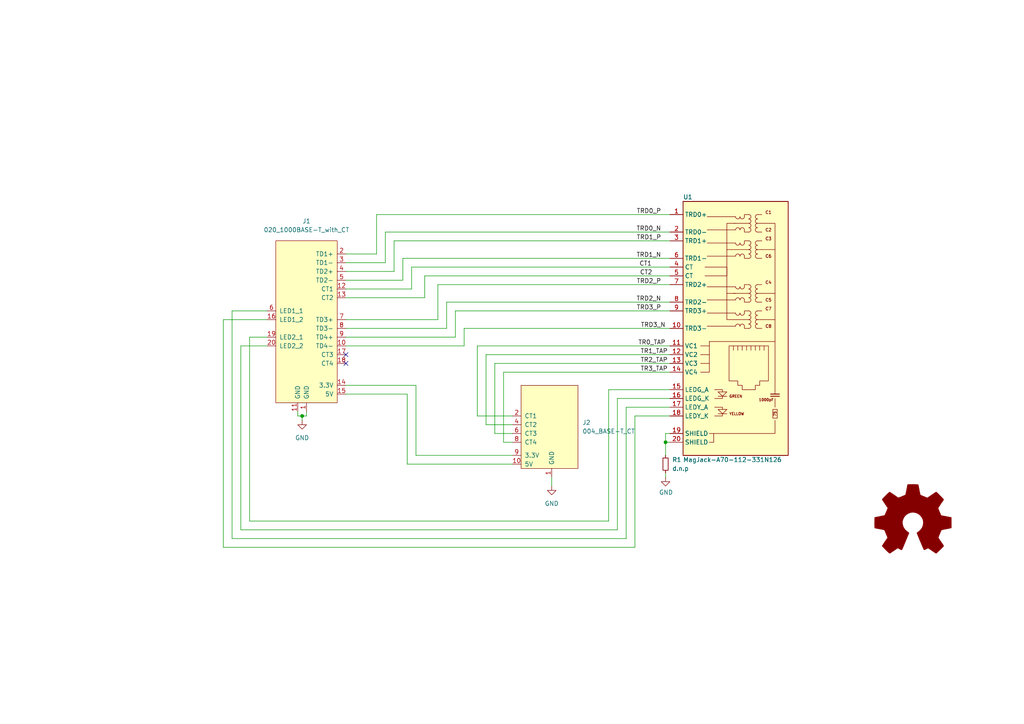
<source format=kicad_sch>
(kicad_sch (version 20211123) (generator eeschema)

  (uuid 29256b3d-9450-4c0a-a4d4-911f04b9c140)

  (paper "A4")

  (lib_symbols
    (symbol "CM4IO:MagJack-A70-112-331N126" (in_bom yes) (on_board yes)
      (property "Reference" "U" (id 0) (at 0 0 0)
        (effects (font (size 1.27 1.27)))
      )
      (property "Value" "MagJack-A70-112-331N126" (id 1) (at 0 0 0)
        (effects (font (size 1.27 1.27)))
      )
      (property "Footprint" "" (id 2) (at 0 0 0)
        (effects (font (size 1.27 1.27)) hide)
      )
      (property "Datasheet" "" (id 3) (at 0 0 0)
        (effects (font (size 1.27 1.27)) hide)
      )
      (symbol "MagJack-A70-112-331N126_0_1"
        (polyline
          (pts
            (xy 1.27 40.64)
            (xy -5.08 40.64)
            (xy -5.08 48.26)
            (xy -2.54 48.26)
            (xy -5.08 48.26)
          )
          (stroke (width 0) (type default) (color 0 0 0 0))
          (fill (type none))
        )
        (polyline
          (pts
            (xy 1.27 60.96)
            (xy -5.08 60.96)
            (xy -5.08 68.58)
            (xy -2.54 68.58)
            (xy -5.08 68.58)
          )
          (stroke (width 0) (type default) (color 0 0 0 0))
          (fill (type none))
        )
      )
      (symbol "MagJack-A70-112-331N126_1_1"
        (rectangle (start -17.78 1.27) (end 12.7 74.93)
          (stroke (width 0.254) (type default) (color 0 0 0 0))
          (fill (type background))
        )
        (arc (start -2.54 42.545) (mid -1.905 41.91) (end -1.27 42.545)
          (stroke (width 0) (type default) (color 0 0 0 0))
          (fill (type none))
        )
        (arc (start -2.54 50.165) (mid -1.905 49.53) (end -1.27 50.165)
          (stroke (width 0) (type default) (color 0 0 0 0))
          (fill (type none))
        )
        (arc (start -2.54 62.865) (mid -1.905 62.23) (end -1.27 62.865)
          (stroke (width 0) (type default) (color 0 0 0 0))
          (fill (type none))
        )
        (arc (start -2.54 70.485) (mid -1.905 69.85) (end -1.27 70.485)
          (stroke (width 0) (type default) (color 0 0 0 0))
          (fill (type none))
        )
        (arc (start -1.27 38.735) (mid -1.905 39.37) (end -2.54 38.735)
          (stroke (width 0) (type default) (color 0 0 0 0))
          (fill (type none))
        )
        (arc (start -1.27 42.545) (mid -0.635 41.91) (end 0 42.545)
          (stroke (width 0) (type default) (color 0 0 0 0))
          (fill (type none))
        )
        (arc (start -1.27 46.355) (mid -1.905 46.99) (end -2.54 46.355)
          (stroke (width 0) (type default) (color 0 0 0 0))
          (fill (type none))
        )
        (arc (start -1.27 50.165) (mid -0.635 49.53) (end 0 50.165)
          (stroke (width 0) (type default) (color 0 0 0 0))
          (fill (type none))
        )
        (arc (start -1.27 59.055) (mid -1.905 59.69) (end -2.54 59.055)
          (stroke (width 0) (type default) (color 0 0 0 0))
          (fill (type none))
        )
        (arc (start -1.27 62.865) (mid -0.635 62.23) (end 0 62.865)
          (stroke (width 0) (type default) (color 0 0 0 0))
          (fill (type none))
        )
        (arc (start -1.27 66.675) (mid -1.905 67.31) (end -2.54 66.675)
          (stroke (width 0) (type default) (color 0 0 0 0))
          (fill (type none))
        )
        (arc (start -1.27 70.485) (mid -0.635 69.85) (end 0 70.485)
          (stroke (width 0) (type default) (color 0 0 0 0))
          (fill (type none))
        )
        (polyline
          (pts
            (xy -12.7 27.94)
            (xy -10.16 27.94)
          )
          (stroke (width 0) (type default) (color 0 0 0 0))
          (fill (type none))
        )
        (polyline
          (pts
            (xy -12.7 30.48)
            (xy -10.16 30.48)
          )
          (stroke (width 0) (type default) (color 0 0 0 0))
          (fill (type none))
        )
        (polyline
          (pts
            (xy -12.7 33.02)
            (xy -10.16 33.02)
          )
          (stroke (width 0) (type default) (color 0 0 0 0))
          (fill (type none))
        )
        (polyline
          (pts
            (xy -10.16 33.02)
            (xy -10.16 34.29)
          )
          (stroke (width 0) (type default) (color 0 0 0 0))
          (fill (type none))
        )
        (polyline
          (pts
            (xy -5.08 13.335)
            (xy -7.62 13.335)
          )
          (stroke (width 0) (type default) (color 0 0 0 0))
          (fill (type none))
        )
        (polyline
          (pts
            (xy -5.08 18.415)
            (xy -7.62 18.415)
          )
          (stroke (width 0) (type default) (color 0 0 0 0))
          (fill (type none))
        )
        (polyline
          (pts
            (xy -5.08 48.26)
            (xy -5.08 60.96)
          )
          (stroke (width 0) (type default) (color 0 0 0 0))
          (fill (type none))
        )
        (polyline
          (pts
            (xy -3.175 31.75)
            (xy -3.175 33.02)
          )
          (stroke (width 0) (type default) (color 0 0 0 0))
          (fill (type none))
        )
        (polyline
          (pts
            (xy -3.175 48.26)
            (xy 1.27 48.26)
          )
          (stroke (width 0) (type default) (color 0 0 0 0))
          (fill (type none))
        )
        (polyline
          (pts
            (xy -3.175 68.58)
            (xy 1.27 68.58)
          )
          (stroke (width 0) (type default) (color 0 0 0 0))
          (fill (type none))
        )
        (polyline
          (pts
            (xy -2.54 38.735)
            (xy -10.795 38.735)
          )
          (stroke (width 0) (type default) (color 0 0 0 0))
          (fill (type none))
        )
        (polyline
          (pts
            (xy -2.54 42.545)
            (xy -10.795 42.545)
          )
          (stroke (width 0) (type default) (color 0 0 0 0))
          (fill (type none))
        )
        (polyline
          (pts
            (xy -2.54 46.355)
            (xy -10.795 46.355)
          )
          (stroke (width 0) (type default) (color 0 0 0 0))
          (fill (type none))
        )
        (polyline
          (pts
            (xy -2.54 50.165)
            (xy -10.795 50.165)
          )
          (stroke (width 0) (type default) (color 0 0 0 0))
          (fill (type none))
        )
        (polyline
          (pts
            (xy -2.54 59.055)
            (xy -10.795 59.055)
          )
          (stroke (width 0) (type default) (color 0 0 0 0))
          (fill (type none))
        )
        (polyline
          (pts
            (xy -2.54 62.865)
            (xy -10.795 62.865)
          )
          (stroke (width 0) (type default) (color 0 0 0 0))
          (fill (type none))
        )
        (polyline
          (pts
            (xy -2.54 66.675)
            (xy -10.795 66.675)
          )
          (stroke (width 0) (type default) (color 0 0 0 0))
          (fill (type none))
        )
        (polyline
          (pts
            (xy -2.54 70.485)
            (xy -10.795 70.485)
          )
          (stroke (width 0) (type default) (color 0 0 0 0))
          (fill (type none))
        )
        (polyline
          (pts
            (xy -1.905 33.02)
            (xy -1.905 31.75)
          )
          (stroke (width 0) (type default) (color 0 0 0 0))
          (fill (type none))
        )
        (polyline
          (pts
            (xy -0.635 33.02)
            (xy -0.635 31.75)
          )
          (stroke (width 0) (type default) (color 0 0 0 0))
          (fill (type none))
        )
        (polyline
          (pts
            (xy 0.635 33.02)
            (xy 0.635 31.75)
          )
          (stroke (width 0) (type default) (color 0 0 0 0))
          (fill (type none))
        )
        (polyline
          (pts
            (xy 1.905 33.02)
            (xy 1.905 31.75)
          )
          (stroke (width 0) (type default) (color 0 0 0 0))
          (fill (type none))
        )
        (polyline
          (pts
            (xy 3.175 33.02)
            (xy 3.175 31.75)
          )
          (stroke (width 0) (type default) (color 0 0 0 0))
          (fill (type none))
        )
        (polyline
          (pts
            (xy 3.81 38.1)
            (xy 5.08 38.1)
          )
          (stroke (width 0) (type default) (color 0 0 0 0))
          (fill (type none))
        )
        (polyline
          (pts
            (xy 3.81 40.64)
            (xy 5.08 40.64)
          )
          (stroke (width 0) (type default) (color 0 0 0 0))
          (fill (type none))
        )
        (polyline
          (pts
            (xy 3.81 43.18)
            (xy 5.08 43.18)
          )
          (stroke (width 0) (type default) (color 0 0 0 0))
          (fill (type none))
        )
        (polyline
          (pts
            (xy 3.81 45.72)
            (xy 5.08 45.72)
          )
          (stroke (width 0) (type default) (color 0 0 0 0))
          (fill (type none))
        )
        (polyline
          (pts
            (xy 3.81 48.26)
            (xy 5.08 48.26)
          )
          (stroke (width 0) (type default) (color 0 0 0 0))
          (fill (type none))
        )
        (polyline
          (pts
            (xy 3.81 50.8)
            (xy 5.08 50.8)
          )
          (stroke (width 0) (type default) (color 0 0 0 0))
          (fill (type none))
        )
        (polyline
          (pts
            (xy 3.81 58.42)
            (xy 5.08 58.42)
          )
          (stroke (width 0) (type default) (color 0 0 0 0))
          (fill (type none))
        )
        (polyline
          (pts
            (xy 3.81 60.96)
            (xy 5.08 60.96)
          )
          (stroke (width 0) (type default) (color 0 0 0 0))
          (fill (type none))
        )
        (polyline
          (pts
            (xy 3.81 63.5)
            (xy 5.08 63.5)
          )
          (stroke (width 0) (type default) (color 0 0 0 0))
          (fill (type none))
        )
        (polyline
          (pts
            (xy 3.81 66.04)
            (xy 5.08 66.04)
          )
          (stroke (width 0) (type default) (color 0 0 0 0))
          (fill (type none))
        )
        (polyline
          (pts
            (xy 3.81 68.58)
            (xy 5.08 68.58)
          )
          (stroke (width 0) (type default) (color 0 0 0 0))
          (fill (type none))
        )
        (polyline
          (pts
            (xy 3.81 71.12)
            (xy 5.08 71.12)
          )
          (stroke (width 0) (type default) (color 0 0 0 0))
          (fill (type none))
        )
        (polyline
          (pts
            (xy 4.445 31.75)
            (xy 4.445 33.02)
          )
          (stroke (width 0) (type default) (color 0 0 0 0))
          (fill (type none))
        )
        (polyline
          (pts
            (xy 5.08 40.64)
            (xy 8.89 40.64)
          )
          (stroke (width 0) (type default) (color 0 0 0 0))
          (fill (type none))
        )
        (polyline
          (pts
            (xy 5.08 48.26)
            (xy 8.89 48.26)
          )
          (stroke (width 0) (type default) (color 0 0 0 0))
          (fill (type none))
        )
        (polyline
          (pts
            (xy 5.08 60.96)
            (xy 8.89 60.96)
          )
          (stroke (width 0) (type default) (color 0 0 0 0))
          (fill (type none))
        )
        (polyline
          (pts
            (xy 5.715 31.75)
            (xy 5.715 33.02)
          )
          (stroke (width 0) (type default) (color 0 0 0 0))
          (fill (type none))
        )
        (polyline
          (pts
            (xy 7.62 18.415)
            (xy 10.16 18.415)
          )
          (stroke (width 0.254) (type default) (color 0 0 0 0))
          (fill (type none))
        )
        (polyline
          (pts
            (xy 7.62 19.05)
            (xy 10.16 19.05)
          )
          (stroke (width 0.254) (type default) (color 0 0 0 0))
          (fill (type none))
        )
        (polyline
          (pts
            (xy 8.89 15.24)
            (xy 8.89 17.78)
          )
          (stroke (width 0) (type default) (color 0 0 0 0))
          (fill (type none))
        )
        (polyline
          (pts
            (xy 8.89 19.05)
            (xy 8.89 34.29)
          )
          (stroke (width 0) (type default) (color 0 0 0 0))
          (fill (type none))
        )
        (polyline
          (pts
            (xy -10.16 33.02)
            (xy -10.16 25.4)
            (xy -12.7 25.4)
          )
          (stroke (width 0) (type default) (color 0 0 0 0))
          (fill (type none))
        )
        (polyline
          (pts
            (xy -8.636 12.7)
            (xy -6.35 12.7)
            (xy -6.35 13.335)
          )
          (stroke (width 0) (type default) (color 0 0 0 0))
          (fill (type none))
        )
        (polyline
          (pts
            (xy -8.636 15.24)
            (xy -6.35 15.24)
            (xy -6.35 14.605)
          )
          (stroke (width 0) (type default) (color 0 0 0 0))
          (fill (type none))
        )
        (polyline
          (pts
            (xy -8.636 20.32)
            (xy -6.35 20.32)
            (xy -6.35 19.685)
          )
          (stroke (width 0) (type default) (color 0 0 0 0))
          (fill (type none))
        )
        (polyline
          (pts
            (xy -6.35 18.415)
            (xy -6.35 17.78)
            (xy -8.636 17.78)
          )
          (stroke (width 0) (type default) (color 0 0 0 0))
          (fill (type none))
        )
        (polyline
          (pts
            (xy 0 38.735)
            (xy 0 38.1)
            (xy 1.27 38.1)
          )
          (stroke (width 0) (type default) (color 0 0 0 0))
          (fill (type none))
        )
        (polyline
          (pts
            (xy 0 46.355)
            (xy 0 45.72)
            (xy 1.27 45.72)
          )
          (stroke (width 0) (type default) (color 0 0 0 0))
          (fill (type none))
        )
        (polyline
          (pts
            (xy 0 59.055)
            (xy 0 58.42)
            (xy 1.27 58.42)
          )
          (stroke (width 0) (type default) (color 0 0 0 0))
          (fill (type none))
        )
        (polyline
          (pts
            (xy 0 66.675)
            (xy 0 66.04)
            (xy 1.27 66.04)
          )
          (stroke (width 0) (type default) (color 0 0 0 0))
          (fill (type none))
        )
        (polyline
          (pts
            (xy 1.27 43.18)
            (xy 0 43.18)
            (xy 0 42.545)
          )
          (stroke (width 0) (type default) (color 0 0 0 0))
          (fill (type none))
        )
        (polyline
          (pts
            (xy 1.27 50.8)
            (xy 0 50.8)
            (xy 0 50.165)
          )
          (stroke (width 0) (type default) (color 0 0 0 0))
          (fill (type none))
        )
        (polyline
          (pts
            (xy 1.27 63.5)
            (xy 0 63.5)
            (xy 0 62.865)
          )
          (stroke (width 0) (type default) (color 0 0 0 0))
          (fill (type none))
        )
        (polyline
          (pts
            (xy 1.27 71.12)
            (xy 0 71.12)
            (xy 0 70.485)
          )
          (stroke (width 0) (type default) (color 0 0 0 0))
          (fill (type none))
        )
        (polyline
          (pts
            (xy -11.43 53.34)
            (xy -5.08 53.34)
            (xy -5.08 55.88)
            (xy -11.43 55.88)
          )
          (stroke (width 0) (type default) (color 0 0 0 0))
          (fill (type none))
        )
        (polyline
          (pts
            (xy -10.16 34.29)
            (xy 8.89 34.29)
            (xy 8.89 68.58)
            (xy 5.08 68.58)
          )
          (stroke (width 0) (type default) (color 0 0 0 0))
          (fill (type none))
        )
        (polyline
          (pts
            (xy -7.62 19.685)
            (xy -5.08 19.685)
            (xy -6.35 18.415)
            (xy -7.62 19.685)
          )
          (stroke (width 0) (type default) (color 0 0 0 0))
          (fill (type none))
        )
        (polyline
          (pts
            (xy -5.08 14.605)
            (xy -7.62 14.605)
            (xy -6.35 13.335)
            (xy -5.08 14.605)
          )
          (stroke (width 0) (type default) (color 0 0 0 0))
          (fill (type none))
        )
        (polyline
          (pts
            (xy -10.16 5.08)
            (xy -8.89 5.08)
            (xy -8.89 7.62)
            (xy -10.16 7.62)
            (xy -8.89 7.62)
            (xy 8.89 7.62)
            (xy 8.89 11.43)
          )
          (stroke (width 0) (type default) (color 0 0 0 0))
          (fill (type none))
        )
        (polyline
          (pts
            (xy -4.445 33.02)
            (xy 6.985 33.02)
            (xy 6.985 22.86)
            (xy 4.445 22.86)
            (xy 4.445 21.59)
            (xy 3.175 21.59)
            (xy 3.175 20.32)
            (xy -0.635 20.32)
            (xy -0.635 21.59)
            (xy -1.905 21.59)
            (xy -1.905 22.86)
            (xy -4.445 22.86)
            (xy -4.445 33.02)
          )
          (stroke (width 0) (type default) (color 0 0 0 0))
          (fill (type none))
        )
        (arc (start 0 38.735) (mid -0.635 39.37) (end -1.27 38.735)
          (stroke (width 0) (type default) (color 0 0 0 0))
          (fill (type none))
        )
        (arc (start 0 46.355) (mid -0.635 46.99) (end -1.27 46.355)
          (stroke (width 0) (type default) (color 0 0 0 0))
          (fill (type none))
        )
        (arc (start 0 59.055) (mid -0.635 59.69) (end -1.27 59.055)
          (stroke (width 0) (type default) (color 0 0 0 0))
          (fill (type none))
        )
        (arc (start 0 66.675) (mid -0.635 67.31) (end -1.27 66.675)
          (stroke (width 0) (type default) (color 0 0 0 0))
          (fill (type none))
        )
        (arc (start 1.27 38.1) (mid 1.905 38.735) (end 1.27 39.37)
          (stroke (width 0) (type default) (color 0 0 0 0))
          (fill (type none))
        )
        (arc (start 1.27 39.37) (mid 1.905 40.005) (end 1.27 40.64)
          (stroke (width 0) (type default) (color 0 0 0 0))
          (fill (type none))
        )
        (arc (start 1.27 40.64) (mid 1.905 41.275) (end 1.27 41.91)
          (stroke (width 0) (type default) (color 0 0 0 0))
          (fill (type none))
        )
        (arc (start 1.27 41.91) (mid 1.905 42.545) (end 1.27 43.18)
          (stroke (width 0) (type default) (color 0 0 0 0))
          (fill (type none))
        )
        (arc (start 1.27 45.72) (mid 1.905 46.355) (end 1.27 46.99)
          (stroke (width 0) (type default) (color 0 0 0 0))
          (fill (type none))
        )
        (arc (start 1.27 46.99) (mid 1.905 47.625) (end 1.27 48.26)
          (stroke (width 0) (type default) (color 0 0 0 0))
          (fill (type none))
        )
        (arc (start 1.27 48.26) (mid 1.905 48.895) (end 1.27 49.53)
          (stroke (width 0) (type default) (color 0 0 0 0))
          (fill (type none))
        )
        (arc (start 1.27 49.53) (mid 1.905 50.165) (end 1.27 50.8)
          (stroke (width 0) (type default) (color 0 0 0 0))
          (fill (type none))
        )
        (arc (start 1.27 58.42) (mid 1.905 59.055) (end 1.27 59.69)
          (stroke (width 0) (type default) (color 0 0 0 0))
          (fill (type none))
        )
        (arc (start 1.27 59.69) (mid 1.905 60.325) (end 1.27 60.96)
          (stroke (width 0) (type default) (color 0 0 0 0))
          (fill (type none))
        )
        (arc (start 1.27 60.96) (mid 1.905 61.595) (end 1.27 62.23)
          (stroke (width 0) (type default) (color 0 0 0 0))
          (fill (type none))
        )
        (arc (start 1.27 62.23) (mid 1.905 62.865) (end 1.27 63.5)
          (stroke (width 0) (type default) (color 0 0 0 0))
          (fill (type none))
        )
        (arc (start 1.27 66.04) (mid 1.905 66.675) (end 1.27 67.31)
          (stroke (width 0) (type default) (color 0 0 0 0))
          (fill (type none))
        )
        (arc (start 1.27 67.31) (mid 1.905 67.945) (end 1.27 68.58)
          (stroke (width 0) (type default) (color 0 0 0 0))
          (fill (type none))
        )
        (arc (start 1.27 68.58) (mid 1.905 69.215) (end 1.27 69.85)
          (stroke (width 0) (type default) (color 0 0 0 0))
          (fill (type none))
        )
        (arc (start 1.27 69.85) (mid 1.905 70.485) (end 1.27 71.12)
          (stroke (width 0) (type default) (color 0 0 0 0))
          (fill (type none))
        )
        (arc (start 3.81 39.37) (mid 3.175 38.735) (end 3.81 38.1)
          (stroke (width 0) (type default) (color 0 0 0 0))
          (fill (type none))
        )
        (arc (start 3.81 40.64) (mid 3.175 40.005) (end 3.81 39.37)
          (stroke (width 0) (type default) (color 0 0 0 0))
          (fill (type none))
        )
        (arc (start 3.81 41.91) (mid 3.175 41.275) (end 3.81 40.64)
          (stroke (width 0) (type default) (color 0 0 0 0))
          (fill (type none))
        )
        (arc (start 3.81 43.18) (mid 3.175 42.545) (end 3.81 41.91)
          (stroke (width 0) (type default) (color 0 0 0 0))
          (fill (type none))
        )
        (arc (start 3.81 46.99) (mid 3.175 46.355) (end 3.81 45.72)
          (stroke (width 0) (type default) (color 0 0 0 0))
          (fill (type none))
        )
        (arc (start 3.81 48.26) (mid 3.175 47.625) (end 3.81 46.99)
          (stroke (width 0) (type default) (color 0 0 0 0))
          (fill (type none))
        )
        (arc (start 3.81 49.53) (mid 3.175 48.895) (end 3.81 48.26)
          (stroke (width 0) (type default) (color 0 0 0 0))
          (fill (type none))
        )
        (arc (start 3.81 50.8) (mid 3.175 50.165) (end 3.81 49.53)
          (stroke (width 0) (type default) (color 0 0 0 0))
          (fill (type none))
        )
        (arc (start 3.81 59.69) (mid 3.175 59.055) (end 3.81 58.42)
          (stroke (width 0) (type default) (color 0 0 0 0))
          (fill (type none))
        )
        (arc (start 3.81 60.96) (mid 3.175 60.325) (end 3.81 59.69)
          (stroke (width 0) (type default) (color 0 0 0 0))
          (fill (type none))
        )
        (arc (start 3.81 62.23) (mid 3.175 61.595) (end 3.81 60.96)
          (stroke (width 0) (type default) (color 0 0 0 0))
          (fill (type none))
        )
        (arc (start 3.81 63.5) (mid 3.175 62.865) (end 3.81 62.23)
          (stroke (width 0) (type default) (color 0 0 0 0))
          (fill (type none))
        )
        (arc (start 3.81 67.31) (mid 3.175 66.675) (end 3.81 66.04)
          (stroke (width 0) (type default) (color 0 0 0 0))
          (fill (type none))
        )
        (arc (start 3.81 68.58) (mid 3.175 67.945) (end 3.81 67.31)
          (stroke (width 0) (type default) (color 0 0 0 0))
          (fill (type none))
        )
        (arc (start 3.81 69.85) (mid 3.175 69.215) (end 3.81 68.58)
          (stroke (width 0) (type default) (color 0 0 0 0))
          (fill (type none))
        )
        (arc (start 3.81 71.12) (mid 3.175 70.485) (end 3.81 69.85)
          (stroke (width 0) (type default) (color 0 0 0 0))
          (fill (type none))
        )
        (rectangle (start 9.525 12.065) (end 8.255 14.605)
          (stroke (width 0) (type default) (color 0 0 0 0))
          (fill (type none))
        )
        (text "1000pF" (at 6.35 17.399 0)
          (effects (font (size 0.762 0.762)))
        )
        (text "75" (at 8.89 13.335 900)
          (effects (font (size 0.762 0.762)))
        )
        (text "C1" (at 6.985 71.755 0)
          (effects (font (size 0.889 0.889)))
        )
        (text "C2" (at 6.985 66.675 0)
          (effects (font (size 0.889 0.889)))
        )
        (text "C3" (at 6.985 64.135 0)
          (effects (font (size 0.889 0.889)))
        )
        (text "C4" (at 6.985 51.435 0)
          (effects (font (size 0.889 0.889)))
        )
        (text "C5" (at 6.985 46.355 0)
          (effects (font (size 0.889 0.889)))
        )
        (text "C6" (at 6.985 59.055 0)
          (effects (font (size 0.889 0.889)))
        )
        (text "C7" (at 6.985 43.815 0)
          (effects (font (size 0.889 0.889)))
        )
        (text "C8" (at 6.985 38.735 0)
          (effects (font (size 0.889 0.889)))
        )
        (text "GREEN" (at -4.445 18.415 0)
          (effects (font (size 0.762 0.762)) (justify left))
        )
        (text "YELLOW" (at -4.445 13.335 0)
          (effects (font (size 0.762 0.762)) (justify left))
        )
        (pin passive line (at -21.59 71.12 0) (length 3.81)
          (name "TRD0+" (effects (font (size 1.27 1.27))))
          (number "1" (effects (font (size 1.27 1.27))))
        )
        (pin passive line (at -21.59 38.1 0) (length 3.81)
          (name "TRD3-" (effects (font (size 1.27 1.27))))
          (number "10" (effects (font (size 1.27 1.27))))
        )
        (pin passive line (at -21.59 33.02 0) (length 3.81)
          (name "VC1" (effects (font (size 1.27 1.27))))
          (number "11" (effects (font (size 1.27 1.27))))
        )
        (pin passive line (at -21.59 30.48 0) (length 3.81)
          (name "VC2" (effects (font (size 1.27 1.27))))
          (number "12" (effects (font (size 1.27 1.27))))
        )
        (pin passive line (at -21.59 27.94 0) (length 3.81)
          (name "VC3" (effects (font (size 1.27 1.27))))
          (number "13" (effects (font (size 1.27 1.27))))
        )
        (pin passive line (at -21.59 25.4 0) (length 3.81)
          (name "VC4" (effects (font (size 1.27 1.27))))
          (number "14" (effects (font (size 1.27 1.27))))
        )
        (pin passive line (at -21.59 20.32 0) (length 3.81)
          (name "LEDG_A" (effects (font (size 1.27 1.27))))
          (number "15" (effects (font (size 1.27 1.27))))
        )
        (pin passive line (at -21.59 17.78 0) (length 3.81)
          (name "LEDG_K" (effects (font (size 1.27 1.27))))
          (number "16" (effects (font (size 1.27 1.27))))
        )
        (pin passive line (at -21.59 15.24 0) (length 3.81)
          (name "LEDY_A" (effects (font (size 1.27 1.27))))
          (number "17" (effects (font (size 1.27 1.27))))
        )
        (pin passive line (at -21.59 12.7 0) (length 3.81)
          (name "LEDY_K" (effects (font (size 1.27 1.27))))
          (number "18" (effects (font (size 1.27 1.27))))
        )
        (pin passive line (at -21.59 7.62 0) (length 3.81)
          (name "SHIELD" (effects (font (size 1.27 1.27))))
          (number "19" (effects (font (size 1.27 1.27))))
        )
        (pin passive line (at -21.59 66.04 0) (length 3.81)
          (name "TRD0-" (effects (font (size 1.27 1.27))))
          (number "2" (effects (font (size 1.27 1.27))))
        )
        (pin passive line (at -21.59 5.08 0) (length 3.81)
          (name "SHIELD" (effects (font (size 1.27 1.27))))
          (number "20" (effects (font (size 1.27 1.27))))
        )
        (pin passive line (at -21.59 63.5 0) (length 3.81)
          (name "TRD1+" (effects (font (size 1.27 1.27))))
          (number "3" (effects (font (size 1.27 1.27))))
        )
        (pin passive line (at -21.59 55.88 0) (length 3.81)
          (name "CT" (effects (font (size 1.27 1.27))))
          (number "4" (effects (font (size 1.27 1.27))))
        )
        (pin passive line (at -21.59 53.34 0) (length 3.81)
          (name "CT" (effects (font (size 1.27 1.27))))
          (number "5" (effects (font (size 1.27 1.27))))
        )
        (pin passive line (at -21.59 58.42 0) (length 3.81)
          (name "TRD1-" (effects (font (size 1.27 1.27))))
          (number "6" (effects (font (size 1.27 1.27))))
        )
        (pin passive line (at -21.59 50.8 0) (length 3.81)
          (name "TRD2+" (effects (font (size 1.27 1.27))))
          (number "7" (effects (font (size 1.27 1.27))))
        )
        (pin passive line (at -21.59 45.72 0) (length 3.81)
          (name "TRD2-" (effects (font (size 1.27 1.27))))
          (number "8" (effects (font (size 1.27 1.27))))
        )
        (pin passive line (at -21.59 43.18 0) (length 3.81)
          (name "TRD3+" (effects (font (size 1.27 1.27))))
          (number "9" (effects (font (size 1.27 1.27))))
        )
      )
    )
    (symbol "Device:R_Small" (pin_numbers hide) (pin_names (offset 0.254) hide) (in_bom yes) (on_board yes)
      (property "Reference" "R" (id 0) (at 0.762 0.508 0)
        (effects (font (size 1.27 1.27)) (justify left))
      )
      (property "Value" "R_Small" (id 1) (at 0.762 -1.016 0)
        (effects (font (size 1.27 1.27)) (justify left))
      )
      (property "Footprint" "" (id 2) (at 0 0 0)
        (effects (font (size 1.27 1.27)) hide)
      )
      (property "Datasheet" "~" (id 3) (at 0 0 0)
        (effects (font (size 1.27 1.27)) hide)
      )
      (property "ki_keywords" "R resistor" (id 4) (at 0 0 0)
        (effects (font (size 1.27 1.27)) hide)
      )
      (property "ki_description" "Resistor, small symbol" (id 5) (at 0 0 0)
        (effects (font (size 1.27 1.27)) hide)
      )
      (property "ki_fp_filters" "R_*" (id 6) (at 0 0 0)
        (effects (font (size 1.27 1.27)) hide)
      )
      (symbol "R_Small_0_1"
        (rectangle (start -0.762 1.778) (end 0.762 -1.778)
          (stroke (width 0.2032) (type default) (color 0 0 0 0))
          (fill (type none))
        )
      )
      (symbol "R_Small_1_1"
        (pin passive line (at 0 2.54 270) (length 0.762)
          (name "~" (effects (font (size 1.27 1.27))))
          (number "1" (effects (font (size 1.27 1.27))))
        )
        (pin passive line (at 0 -2.54 90) (length 0.762)
          (name "~" (effects (font (size 1.27 1.27))))
          (number "2" (effects (font (size 1.27 1.27))))
        )
      )
    )
    (symbol "Graphic:Logo_Open_Hardware_Large" (pin_names (offset 1.016)) (in_bom yes) (on_board yes)
      (property "Reference" "#LOGO" (id 0) (at 0 12.7 0)
        (effects (font (size 1.27 1.27)) hide)
      )
      (property "Value" "Logo_Open_Hardware_Large" (id 1) (at 0 -10.16 0)
        (effects (font (size 1.27 1.27)) hide)
      )
      (property "Footprint" "" (id 2) (at 0 0 0)
        (effects (font (size 1.27 1.27)) hide)
      )
      (property "Datasheet" "~" (id 3) (at 0 0 0)
        (effects (font (size 1.27 1.27)) hide)
      )
      (property "ki_keywords" "Logo" (id 4) (at 0 0 0)
        (effects (font (size 1.27 1.27)) hide)
      )
      (property "ki_description" "Open Hardware logo, large" (id 5) (at 0 0 0)
        (effects (font (size 1.27 1.27)) hide)
      )
      (symbol "Logo_Open_Hardware_Large_1_1"
        (polyline
          (pts
            (xy 6.731 -8.7122)
            (xy 6.6294 -8.6614)
            (xy 6.35 -8.4836)
            (xy 5.9944 -8.255)
            (xy 5.5372 -7.9502)
            (xy 5.1054 -7.6454)
            (xy 4.7498 -7.4168)
            (xy 4.4958 -7.239)
            (xy 4.3942 -7.1882)
            (xy 4.318 -7.2136)
            (xy 4.1148 -7.3152)
            (xy 3.81 -7.4676)
            (xy 3.6322 -7.5692)
            (xy 3.3528 -7.6708)
            (xy 3.2258 -7.6962)
            (xy 3.2004 -7.6708)
            (xy 3.0988 -7.4676)
            (xy 2.9464 -7.0866)
            (xy 2.7178 -6.604)
            (xy 2.4892 -6.0452)
            (xy 2.2352 -5.4356)
            (xy 1.9558 -4.826)
            (xy 1.7272 -4.2164)
            (xy 1.4986 -3.683)
            (xy 1.3208 -3.2512)
            (xy 1.2192 -2.9464)
            (xy 1.1684 -2.8194)
            (xy 1.1938 -2.794)
            (xy 1.3208 -2.667)
            (xy 1.5748 -2.4892)
            (xy 2.0828 -2.0574)
            (xy 2.6162 -1.397)
            (xy 2.921 -0.6604)
            (xy 3.048 0.1524)
            (xy 2.9464 0.9144)
            (xy 2.6416 1.6256)
            (xy 2.1336 2.286)
            (xy 1.524 2.7686)
            (xy 0.8128 3.0734)
            (xy 0 3.175)
            (xy -0.762 3.0988)
            (xy -1.4986 2.794)
            (xy -2.159 2.286)
            (xy -2.4384 1.9812)
            (xy -2.8194 1.3208)
            (xy -3.048 0.6096)
            (xy -3.0734 0.4318)
            (xy -3.0226 -0.3556)
            (xy -2.794 -1.0922)
            (xy -2.3876 -1.7526)
            (xy -1.8288 -2.3114)
            (xy -1.7526 -2.3622)
            (xy -1.4732 -2.5654)
            (xy -1.2954 -2.6924)
            (xy -1.1684 -2.8194)
            (xy -2.159 -5.207)
            (xy -2.3114 -5.588)
            (xy -2.5908 -6.2484)
            (xy -2.8194 -6.8072)
            (xy -3.0226 -7.2644)
            (xy -3.1496 -7.5692)
            (xy -3.2258 -7.6708)
            (xy -3.2258 -7.6962)
            (xy -3.302 -7.6962)
            (xy -3.4798 -7.6454)
            (xy -3.8354 -7.4676)
            (xy -4.0386 -7.366)
            (xy -4.2926 -7.239)
            (xy -4.4196 -7.1882)
            (xy -4.5212 -7.239)
            (xy -4.7498 -7.3914)
            (xy -5.1054 -7.6454)
            (xy -5.5372 -7.9248)
            (xy -5.9436 -8.2042)
            (xy -6.3246 -8.4582)
            (xy -6.604 -8.636)
            (xy -6.731 -8.7122)
            (xy -6.7564 -8.7122)
            (xy -6.858 -8.636)
            (xy -7.0866 -8.4582)
            (xy -7.4168 -8.1534)
            (xy -7.874 -7.6962)
            (xy -7.9502 -7.62)
            (xy -8.3312 -7.239)
            (xy -8.636 -6.9088)
            (xy -8.8392 -6.6802)
            (xy -8.9154 -6.5786)
            (xy -8.9154 -6.5786)
            (xy -8.8392 -6.4516)
            (xy -8.6614 -6.1722)
            (xy -8.4328 -5.7912)
            (xy -8.128 -5.3594)
            (xy -7.3152 -4.191)
            (xy -7.7724 -3.0988)
            (xy -7.8994 -2.7686)
            (xy -8.0772 -2.3622)
            (xy -8.2042 -2.0828)
            (xy -8.255 -1.9558)
            (xy -8.382 -1.905)
            (xy -8.6614 -1.8542)
            (xy -9.0932 -1.7526)
            (xy -9.6266 -1.651)
            (xy -10.1092 -1.5748)
            (xy -10.541 -1.4732)
            (xy -10.8712 -1.4224)
            (xy -11.0236 -1.397)
            (xy -11.049 -1.3716)
            (xy -11.0744 -1.2954)
            (xy -11.0998 -1.143)
            (xy -11.0998 -0.889)
            (xy -11.1252 -0.4572)
            (xy -11.1252 0.1524)
            (xy -11.1252 0.2286)
            (xy -11.0998 0.8128)
            (xy -11.0998 1.27)
            (xy -11.0744 1.5494)
            (xy -11.0744 1.6764)
            (xy -11.0744 1.6764)
            (xy -10.922 1.7018)
            (xy -10.6172 1.778)
            (xy -10.16 1.8542)
            (xy -9.652 1.9558)
            (xy -9.6012 1.9812)
            (xy -9.0932 2.0828)
            (xy -8.636 2.159)
            (xy -8.3312 2.2352)
            (xy -8.2042 2.286)
            (xy -8.1788 2.3114)
            (xy -8.0772 2.5146)
            (xy -7.9248 2.8448)
            (xy -7.747 3.2512)
            (xy -7.5692 3.6576)
            (xy -7.4168 4.0386)
            (xy -7.3152 4.318)
            (xy -7.2898 4.445)
            (xy -7.2898 4.445)
            (xy -7.366 4.572)
            (xy -7.5438 4.826)
            (xy -7.7978 5.207)
            (xy -8.128 5.6642)
            (xy -8.128 5.6896)
            (xy -8.4328 6.1468)
            (xy -8.6868 6.5278)
            (xy -8.8392 6.7818)
            (xy -8.9154 6.9088)
            (xy -8.9154 6.9088)
            (xy -8.8138 7.0358)
            (xy -8.5852 7.2898)
            (xy -8.255 7.6454)
            (xy -7.874 8.0264)
            (xy -7.747 8.1534)
            (xy -7.3152 8.5852)
            (xy -7.0104 8.8646)
            (xy -6.8326 8.9916)
            (xy -6.731 9.0424)
            (xy -6.731 9.0424)
            (xy -6.604 8.9408)
            (xy -6.3246 8.763)
            (xy -5.9436 8.509)
            (xy -5.4864 8.2042)
            (xy -5.461 8.1788)
            (xy -5.0038 7.874)
            (xy -4.6482 7.62)
            (xy -4.3688 7.4422)
            (xy -4.2672 7.3914)
            (xy -4.2418 7.3914)
            (xy -4.064 7.4422)
            (xy -3.7338 7.5438)
            (xy -3.3528 7.6962)
            (xy -2.9464 7.874)
            (xy -2.5654 8.0264)
            (xy -2.286 8.1534)
            (xy -2.159 8.2296)
            (xy -2.159 8.2296)
            (xy -2.1082 8.382)
            (xy -2.032 8.7122)
            (xy -1.9304 9.1694)
            (xy -1.8288 9.7282)
            (xy -1.8034 9.8044)
            (xy -1.7018 10.3378)
            (xy -1.6256 10.7696)
            (xy -1.5748 11.0744)
            (xy -1.524 11.2014)
            (xy -1.4478 11.2268)
            (xy -1.1938 11.2522)
            (xy -0.8128 11.2522)
            (xy -0.3302 11.2522)
            (xy 0.1524 11.2522)
            (xy 0.6604 11.2522)
            (xy 1.0668 11.2268)
            (xy 1.3716 11.2014)
            (xy 1.4986 11.176)
            (xy 1.4986 11.176)
            (xy 1.5494 11.0236)
            (xy 1.6256 10.6934)
            (xy 1.7018 10.2108)
            (xy 1.8288 9.6774)
            (xy 1.8288 9.5758)
            (xy 1.9304 9.0424)
            (xy 2.032 8.6106)
            (xy 2.0828 8.3058)
            (xy 2.1336 8.2042)
            (xy 2.159 8.1788)
            (xy 2.3876 8.0772)
            (xy 2.7432 7.9248)
            (xy 3.175 7.747)
            (xy 4.191 7.3406)
            (xy 5.461 8.2042)
            (xy 5.5626 8.2804)
            (xy 6.0198 8.5852)
            (xy 6.3754 8.8392)
            (xy 6.6294 8.9916)
            (xy 6.7564 9.0424)
            (xy 6.7564 9.0424)
            (xy 6.8834 8.9408)
            (xy 7.1374 8.7122)
            (xy 7.4676 8.382)
            (xy 7.8486 7.9756)
            (xy 8.1534 7.6962)
            (xy 8.4836 7.3406)
            (xy 8.7122 7.112)
            (xy 8.8392 6.9596)
            (xy 8.8646 6.858)
            (xy 8.8646 6.8072)
            (xy 8.7884 6.6802)
            (xy 8.6106 6.4008)
            (xy 8.3312 6.0198)
            (xy 8.0264 5.588)
            (xy 7.7978 5.207)
            (xy 7.5184 4.8006)
            (xy 7.3406 4.4958)
            (xy 7.2898 4.3434)
            (xy 7.2898 4.2926)
            (xy 7.3914 4.0386)
            (xy 7.5184 3.683)
            (xy 7.7216 3.2258)
            (xy 8.1534 2.2352)
            (xy 8.7884 2.1082)
            (xy 9.1948 2.0574)
            (xy 9.7536 1.9304)
            (xy 10.2616 1.8288)
            (xy 11.0998 1.6764)
            (xy 11.1252 -1.3208)
            (xy 10.9982 -1.3716)
            (xy 10.8712 -1.397)
            (xy 10.5664 -1.4732)
            (xy 10.1346 -1.5494)
            (xy 9.6266 -1.651)
            (xy 9.1948 -1.7272)
            (xy 8.7376 -1.8288)
            (xy 8.4328 -1.8796)
            (xy 8.2804 -1.905)
            (xy 8.255 -1.9558)
            (xy 8.1534 -2.159)
            (xy 7.9756 -2.5146)
            (xy 7.8232 -2.921)
            (xy 7.6454 -3.3274)
            (xy 7.493 -3.7338)
            (xy 7.366 -4.0132)
            (xy 7.3406 -4.191)
            (xy 7.3914 -4.2926)
            (xy 7.5692 -4.5466)
            (xy 7.7978 -4.9276)
            (xy 8.1026 -5.3594)
            (xy 8.4074 -5.7912)
            (xy 8.6614 -6.1722)
            (xy 8.8138 -6.4262)
            (xy 8.89 -6.5532)
            (xy 8.8646 -6.6548)
            (xy 8.6868 -6.858)
            (xy 8.3566 -7.1882)
            (xy 7.874 -7.6708)
            (xy 7.7978 -7.747)
            (xy 7.3914 -8.128)
            (xy 7.0612 -8.4328)
            (xy 6.8326 -8.636)
            (xy 6.731 -8.7122)
          )
          (stroke (width 0) (type default) (color 0 0 0 0))
          (fill (type outline))
        )
      )
    )
    (symbol "power:GND" (power) (pin_names (offset 0)) (in_bom yes) (on_board yes)
      (property "Reference" "#PWR" (id 0) (at 0 -6.35 0)
        (effects (font (size 1.27 1.27)) hide)
      )
      (property "Value" "GND" (id 1) (at 0 -3.81 0)
        (effects (font (size 1.27 1.27)))
      )
      (property "Footprint" "" (id 2) (at 0 0 0)
        (effects (font (size 1.27 1.27)) hide)
      )
      (property "Datasheet" "" (id 3) (at 0 0 0)
        (effects (font (size 1.27 1.27)) hide)
      )
      (property "ki_keywords" "power-flag" (id 4) (at 0 0 0)
        (effects (font (size 1.27 1.27)) hide)
      )
      (property "ki_description" "Power symbol creates a global label with name \"GND\" , ground" (id 5) (at 0 0 0)
        (effects (font (size 1.27 1.27)) hide)
      )
      (symbol "GND_0_1"
        (polyline
          (pts
            (xy 0 0)
            (xy 0 -1.27)
            (xy 1.27 -1.27)
            (xy 0 -2.54)
            (xy -1.27 -1.27)
            (xy 0 -1.27)
          )
          (stroke (width 0) (type default) (color 0 0 0 0))
          (fill (type none))
        )
      )
      (symbol "GND_1_1"
        (pin power_in line (at 0 0 270) (length 0) hide
          (name "GND" (effects (font (size 1.27 1.27))))
          (number "1" (effects (font (size 1.27 1.27))))
        )
      )
    )
    (symbol "put_on_edge:004_BASE-T_CT" (pin_names (offset 1.016)) (in_bom yes) (on_board yes)
      (property "Reference" "J" (id 0) (at -2.54 13.97 0)
        (effects (font (size 1.27 1.27)))
      )
      (property "Value" "004_BASE-T_CT" (id 1) (at 8.89 13.97 0)
        (effects (font (size 1.27 1.27)))
      )
      (property "Footprint" "" (id 2) (at 7.62 16.51 0)
        (effects (font (size 1.27 1.27)) hide)
      )
      (property "Datasheet" "" (id 3) (at 7.62 16.51 0)
        (effects (font (size 1.27 1.27)) hide)
      )
      (symbol "004_BASE-T_CT_0_1"
        (rectangle (start -8.89 12.7) (end 7.62 -11.43)
          (stroke (width 0) (type default) (color 0 0 0 0))
          (fill (type background))
        )
      )
      (symbol "004_BASE-T_CT_1_1"
        (pin power_in line (at 0 -13.97 90) (length 2.54)
          (name "GND" (effects (font (size 1.27 1.27))))
          (number "1" (effects (font (size 1.27 1.27))))
        )
        (pin power_in line (at -11.43 -10.16 0) (length 2.54)
          (name "5V" (effects (font (size 1.27 1.27))))
          (number "10" (effects (font (size 1.27 1.27))))
        )
        (pin bidirectional line (at -11.43 3.81 0) (length 2.54)
          (name "CT1" (effects (font (size 1.27 1.27))))
          (number "2" (effects (font (size 1.27 1.27))))
        )
        (pin bidirectional line (at -11.43 1.27 0) (length 2.54)
          (name "CT2" (effects (font (size 1.27 1.27))))
          (number "4" (effects (font (size 1.27 1.27))))
        )
        (pin bidirectional line (at -11.43 -1.27 0) (length 2.54)
          (name "CT3" (effects (font (size 1.27 1.27))))
          (number "6" (effects (font (size 1.27 1.27))))
        )
        (pin bidirectional line (at -11.43 -3.81 0) (length 2.54)
          (name "CT4" (effects (font (size 1.27 1.27))))
          (number "8" (effects (font (size 1.27 1.27))))
        )
        (pin power_in line (at -11.43 -7.62 0) (length 2.54)
          (name "3.3V" (effects (font (size 1.27 1.27))))
          (number "9" (effects (font (size 1.27 1.27))))
        )
      )
    )
    (symbol "put_on_edge:020_1000BASE-T_with_CT" (pin_names (offset 1.016)) (in_bom yes) (on_board yes)
      (property "Reference" "J" (id 0) (at -2.54 13.97 0)
        (effects (font (size 1.27 1.27)))
      )
      (property "Value" "020_1000BASE-T_with_CT" (id 1) (at 8.89 13.97 0)
        (effects (font (size 1.27 1.27)))
      )
      (property "Footprint" "" (id 2) (at 7.62 16.51 0)
        (effects (font (size 1.27 1.27)) hide)
      )
      (property "Datasheet" "" (id 3) (at 7.62 16.51 0)
        (effects (font (size 1.27 1.27)) hide)
      )
      (symbol "020_1000BASE-T_with_CT_0_1"
        (rectangle (start -8.89 12.7) (end 8.89 -34.29)
          (stroke (width 0) (type default) (color 0 0 0 0))
          (fill (type background))
        )
      )
      (symbol "020_1000BASE-T_with_CT_1_1"
        (pin power_in line (at 0 -36.83 90) (length 2.54)
          (name "GND" (effects (font (size 1.27 1.27))))
          (number "1" (effects (font (size 1.27 1.27))))
        )
        (pin bidirectional line (at -11.43 -17.78 0) (length 2.54)
          (name "TD4-" (effects (font (size 1.27 1.27))))
          (number "10" (effects (font (size 1.27 1.27))))
        )
        (pin power_in line (at 2.54 -36.83 90) (length 2.54)
          (name "GND" (effects (font (size 1.27 1.27))))
          (number "11" (effects (font (size 1.27 1.27))))
        )
        (pin bidirectional line (at -11.43 -1.27 0) (length 2.54)
          (name "CT1" (effects (font (size 1.27 1.27))))
          (number "12" (effects (font (size 1.27 1.27))))
        )
        (pin bidirectional line (at -11.43 -3.81 0) (length 2.54)
          (name "CT2" (effects (font (size 1.27 1.27))))
          (number "13" (effects (font (size 1.27 1.27))))
        )
        (pin bidirectional line (at -11.43 -29.21 0) (length 2.54)
          (name "3.3V" (effects (font (size 1.27 1.27))))
          (number "14" (effects (font (size 1.27 1.27))))
        )
        (pin bidirectional line (at -11.43 -31.75 0) (length 2.54)
          (name "5V" (effects (font (size 1.27 1.27))))
          (number "15" (effects (font (size 1.27 1.27))))
        )
        (pin bidirectional line (at 11.43 -10.16 180) (length 2.54)
          (name "LED1_2" (effects (font (size 1.27 1.27))))
          (number "16" (effects (font (size 1.27 1.27))))
        )
        (pin bidirectional line (at -11.43 -20.32 0) (length 2.54)
          (name "CT3" (effects (font (size 1.27 1.27))))
          (number "17" (effects (font (size 1.27 1.27))))
        )
        (pin bidirectional line (at -11.43 -22.86 0) (length 2.54)
          (name "CT4" (effects (font (size 1.27 1.27))))
          (number "18" (effects (font (size 1.27 1.27))))
        )
        (pin bidirectional line (at 11.43 -15.24 180) (length 2.54)
          (name "LED2_1" (effects (font (size 1.27 1.27))))
          (number "19" (effects (font (size 1.27 1.27))))
        )
        (pin bidirectional line (at -11.43 8.89 0) (length 2.54)
          (name "TD1+" (effects (font (size 1.27 1.27))))
          (number "2" (effects (font (size 1.27 1.27))))
        )
        (pin bidirectional line (at 11.43 -17.78 180) (length 2.54)
          (name "LED2_2" (effects (font (size 1.27 1.27))))
          (number "20" (effects (font (size 1.27 1.27))))
        )
        (pin bidirectional line (at -11.43 6.35 0) (length 2.54)
          (name "TD1-" (effects (font (size 1.27 1.27))))
          (number "3" (effects (font (size 1.27 1.27))))
        )
        (pin bidirectional line (at -11.43 3.81 0) (length 2.54)
          (name "TD2+" (effects (font (size 1.27 1.27))))
          (number "4" (effects (font (size 1.27 1.27))))
        )
        (pin bidirectional line (at -11.43 1.27 0) (length 2.54)
          (name "TD2-" (effects (font (size 1.27 1.27))))
          (number "5" (effects (font (size 1.27 1.27))))
        )
        (pin bidirectional line (at 11.43 -7.62 180) (length 2.54)
          (name "LED1_1" (effects (font (size 1.27 1.27))))
          (number "6" (effects (font (size 1.27 1.27))))
        )
        (pin bidirectional line (at -11.43 -10.16 0) (length 2.54)
          (name "TD3+" (effects (font (size 1.27 1.27))))
          (number "7" (effects (font (size 1.27 1.27))))
        )
        (pin bidirectional line (at -11.43 -12.7 0) (length 2.54)
          (name "TD3-" (effects (font (size 1.27 1.27))))
          (number "8" (effects (font (size 1.27 1.27))))
        )
        (pin bidirectional line (at -11.43 -15.24 0) (length 2.54)
          (name "TD4+" (effects (font (size 1.27 1.27))))
          (number "9" (effects (font (size 1.27 1.27))))
        )
      )
    )
  )

  (junction (at 193.04 128.27) (diameter 0) (color 0 0 0 0)
    (uuid 51bc3c25-e3f2-4982-b82c-1c1879fc3082)
  )
  (junction (at 87.63 120.65) (diameter 0) (color 0 0 0 0)
    (uuid 8b35bc66-e522-41a7-b306-437dc5988a6d)
  )

  (no_connect (at 100.33 105.41) (uuid c4a50046-a361-454c-b7c1-b04148d4fc40))
  (no_connect (at 100.33 102.87) (uuid c4a50046-a361-454c-b7c1-b04148d4fc41))

  (wire (pts (xy 143.51 105.41) (xy 143.51 125.73))
    (stroke (width 0) (type default) (color 0 0 0 0))
    (uuid 05233a9f-b9ec-4bfd-bb0b-b71e04d206d4)
  )
  (wire (pts (xy 86.36 120.65) (xy 87.63 120.65))
    (stroke (width 0) (type default) (color 0 0 0 0))
    (uuid 0c7876df-6eb4-4a84-bd0b-03a585790e2d)
  )
  (wire (pts (xy 129.54 95.25) (xy 129.54 87.63))
    (stroke (width 0) (type default) (color 0 0 0 0))
    (uuid 0eb40f2d-c676-4449-bd05-35e4b4a0984e)
  )
  (wire (pts (xy 146.05 128.27) (xy 148.59 128.27))
    (stroke (width 0) (type default) (color 0 0 0 0))
    (uuid 102205f7-4669-4e7c-a9aa-83b2b507dda5)
  )
  (wire (pts (xy 120.65 132.08) (xy 120.65 111.76))
    (stroke (width 0) (type default) (color 0 0 0 0))
    (uuid 2072e6af-7375-438b-bbe7-bc4a273749d8)
  )
  (wire (pts (xy 132.08 90.17) (xy 194.31 90.17))
    (stroke (width 0) (type default) (color 0 0 0 0))
    (uuid 2450e6b3-d629-4c81-8a8a-5fe6aeeba811)
  )
  (wire (pts (xy 120.65 111.76) (xy 100.33 111.76))
    (stroke (width 0) (type default) (color 0 0 0 0))
    (uuid 2588abe0-c3f2-4ce9-b01f-14fffc01c283)
  )
  (wire (pts (xy 193.04 132.08) (xy 193.04 128.27))
    (stroke (width 0) (type default) (color 0 0 0 0))
    (uuid 25d48be2-9214-453a-a9c3-512ce6d9b9a6)
  )
  (wire (pts (xy 138.43 120.65) (xy 148.59 120.65))
    (stroke (width 0) (type default) (color 0 0 0 0))
    (uuid 26edc5d9-ebdb-41fd-b25d-fd45822f70b1)
  )
  (wire (pts (xy 143.51 125.73) (xy 148.59 125.73))
    (stroke (width 0) (type default) (color 0 0 0 0))
    (uuid 27904156-f420-4290-b53e-35bd8b6c24da)
  )
  (wire (pts (xy 67.31 90.17) (xy 67.31 156.21))
    (stroke (width 0) (type default) (color 0 0 0 0))
    (uuid 28e2f97c-028c-4956-9152-947da0208cbd)
  )
  (wire (pts (xy 88.9 120.65) (xy 88.9 119.38))
    (stroke (width 0) (type default) (color 0 0 0 0))
    (uuid 2920e062-bb6a-451d-b06c-62e8d152ab85)
  )
  (wire (pts (xy 116.84 74.93) (xy 116.84 81.28))
    (stroke (width 0) (type default) (color 0 0 0 0))
    (uuid 2b1f4070-bb91-4605-bae4-d7dfc7ed3197)
  )
  (wire (pts (xy 193.04 125.73) (xy 194.31 125.73))
    (stroke (width 0) (type default) (color 0 0 0 0))
    (uuid 2cb710ec-dc9b-4e13-a0b0-358ec1bd0443)
  )
  (wire (pts (xy 111.76 67.31) (xy 194.31 67.31))
    (stroke (width 0) (type default) (color 0 0 0 0))
    (uuid 2e246806-7ae5-4ce5-8f78-983db869b350)
  )
  (wire (pts (xy 123.19 80.01) (xy 194.31 80.01))
    (stroke (width 0) (type default) (color 0 0 0 0))
    (uuid 316e5148-2d4e-40c8-892f-8116ffdee5cd)
  )
  (wire (pts (xy 193.04 128.27) (xy 194.31 128.27))
    (stroke (width 0) (type default) (color 0 0 0 0))
    (uuid 32c9be1f-1f47-4e48-8346-83ddfd456260)
  )
  (wire (pts (xy 100.33 100.33) (xy 134.62 100.33))
    (stroke (width 0) (type default) (color 0 0 0 0))
    (uuid 34212b16-c124-4ea1-9fc4-45d0a0215ccb)
  )
  (wire (pts (xy 179.07 115.57) (xy 179.07 153.67))
    (stroke (width 0) (type default) (color 0 0 0 0))
    (uuid 39bb1206-ad74-496a-814f-1ee6c54a76a2)
  )
  (wire (pts (xy 176.53 151.13) (xy 176.53 113.03))
    (stroke (width 0) (type default) (color 0 0 0 0))
    (uuid 3af61f27-c645-494e-a2e1-231dfc7d4d78)
  )
  (wire (pts (xy 100.33 78.74) (xy 114.3 78.74))
    (stroke (width 0) (type default) (color 0 0 0 0))
    (uuid 4434bdde-3a57-45c1-af9e-cc3ead42e67c)
  )
  (wire (pts (xy 100.33 86.36) (xy 123.19 86.36))
    (stroke (width 0) (type default) (color 0 0 0 0))
    (uuid 46e8e513-3f73-44e4-a556-858a51ce6ccb)
  )
  (wire (pts (xy 140.97 102.87) (xy 140.97 123.19))
    (stroke (width 0) (type default) (color 0 0 0 0))
    (uuid 4a4d1fb0-0555-460c-8588-0cced81e1804)
  )
  (wire (pts (xy 109.22 73.66) (xy 109.22 62.23))
    (stroke (width 0) (type default) (color 0 0 0 0))
    (uuid 4be277b2-464b-4fbb-8a2d-21c1b9780c28)
  )
  (wire (pts (xy 134.62 95.25) (xy 194.31 95.25))
    (stroke (width 0) (type default) (color 0 0 0 0))
    (uuid 4ec901a8-6875-4d82-8208-9478c3ae1f50)
  )
  (wire (pts (xy 64.77 92.71) (xy 77.47 92.71))
    (stroke (width 0) (type default) (color 0 0 0 0))
    (uuid 4f52c9d0-cb07-4971-8b44-8f4e2bad1b86)
  )
  (wire (pts (xy 100.33 92.71) (xy 127 92.71))
    (stroke (width 0) (type default) (color 0 0 0 0))
    (uuid 5054d8f4-5a4a-4a7d-8e8e-e901aa381316)
  )
  (wire (pts (xy 134.62 100.33) (xy 134.62 95.25))
    (stroke (width 0) (type default) (color 0 0 0 0))
    (uuid 512b049c-c577-47c6-8eba-2a17b369dcdc)
  )
  (wire (pts (xy 140.97 123.19) (xy 148.59 123.19))
    (stroke (width 0) (type default) (color 0 0 0 0))
    (uuid 5bb355e0-7718-405b-befd-5a3da8d2033b)
  )
  (wire (pts (xy 184.15 158.75) (xy 64.77 158.75))
    (stroke (width 0) (type default) (color 0 0 0 0))
    (uuid 62c0b90c-7aa6-43bb-a6da-2bd85c7307a3)
  )
  (wire (pts (xy 160.02 138.43) (xy 160.02 140.97))
    (stroke (width 0) (type default) (color 0 0 0 0))
    (uuid 666cbf71-2d63-4744-854a-2d5ae43520e0)
  )
  (wire (pts (xy 127 82.55) (xy 194.31 82.55))
    (stroke (width 0) (type default) (color 0 0 0 0))
    (uuid 675d2ae3-ff09-4f7c-a456-e554a5282d60)
  )
  (wire (pts (xy 146.05 107.95) (xy 194.31 107.95))
    (stroke (width 0) (type solid) (color 0 0 0 0))
    (uuid 6adf0254-236d-4641-bb6b-0db2124e974a)
  )
  (wire (pts (xy 184.15 120.65) (xy 194.31 120.65))
    (stroke (width 0) (type solid) (color 0 0 0 0))
    (uuid 6b00bffb-fc22-4036-bbde-bd07369dfc86)
  )
  (wire (pts (xy 127 92.71) (xy 127 82.55))
    (stroke (width 0) (type default) (color 0 0 0 0))
    (uuid 76e5f543-1441-40c1-ad7c-8504f2fe0b2d)
  )
  (wire (pts (xy 176.53 151.13) (xy 72.39 151.13))
    (stroke (width 0) (type default) (color 0 0 0 0))
    (uuid 7837f7fa-1679-41d7-a5dc-a1a139dc0486)
  )
  (wire (pts (xy 138.43 100.33) (xy 194.31 100.33))
    (stroke (width 0) (type solid) (color 0 0 0 0))
    (uuid 7b46076e-6cdf-4b1d-af70-194f1b07b410)
  )
  (wire (pts (xy 67.31 90.17) (xy 77.47 90.17))
    (stroke (width 0) (type default) (color 0 0 0 0))
    (uuid 82793d10-4525-4e41-863b-5ba88897ad02)
  )
  (wire (pts (xy 123.19 86.36) (xy 123.19 80.01))
    (stroke (width 0) (type default) (color 0 0 0 0))
    (uuid 8715eec7-e109-4350-9595-5318764ede14)
  )
  (wire (pts (xy 114.3 69.85) (xy 194.31 69.85))
    (stroke (width 0) (type default) (color 0 0 0 0))
    (uuid 87a3cac5-b5f2-4947-a280-022af3054a9e)
  )
  (wire (pts (xy 138.43 120.65) (xy 138.43 100.33))
    (stroke (width 0) (type default) (color 0 0 0 0))
    (uuid 8ba9b44e-f7d5-484c-93fa-7202d8878b9d)
  )
  (wire (pts (xy 87.63 120.65) (xy 87.63 121.92))
    (stroke (width 0) (type default) (color 0 0 0 0))
    (uuid 8c39e07b-f1af-49c8-929b-4f6c9bb27f03)
  )
  (wire (pts (xy 140.97 102.87) (xy 194.31 102.87))
    (stroke (width 0) (type solid) (color 0 0 0 0))
    (uuid 8e8a9b4e-269a-47b7-9f9c-b1bf61b553bb)
  )
  (wire (pts (xy 143.51 105.41) (xy 194.31 105.41))
    (stroke (width 0) (type solid) (color 0 0 0 0))
    (uuid 8fd276f4-a227-434a-ba5f-b88740eafebc)
  )
  (wire (pts (xy 129.54 87.63) (xy 194.31 87.63))
    (stroke (width 0) (type default) (color 0 0 0 0))
    (uuid 93a330a5-0c37-4802-8f40-dc5fe6fd9eba)
  )
  (wire (pts (xy 100.33 81.28) (xy 116.84 81.28))
    (stroke (width 0) (type default) (color 0 0 0 0))
    (uuid 94223a57-697d-4304-8996-d2a8ae7a1621)
  )
  (wire (pts (xy 111.76 76.2) (xy 111.76 67.31))
    (stroke (width 0) (type default) (color 0 0 0 0))
    (uuid 9467b403-519b-4c06-898b-850cc9d52e56)
  )
  (wire (pts (xy 181.61 118.11) (xy 194.31 118.11))
    (stroke (width 0) (type solid) (color 0 0 0 0))
    (uuid 97cc2b9d-df24-4d3f-95ce-ff52ff5cd2f5)
  )
  (wire (pts (xy 116.84 74.93) (xy 194.31 74.93))
    (stroke (width 0) (type default) (color 0 0 0 0))
    (uuid 98da2326-abca-4d8e-8a47-1cdd0ad5ec2c)
  )
  (wire (pts (xy 179.07 115.57) (xy 194.31 115.57))
    (stroke (width 0) (type solid) (color 0 0 0 0))
    (uuid 9985396b-e45e-4238-9c6e-82d336cf6d04)
  )
  (wire (pts (xy 184.15 120.65) (xy 184.15 158.75))
    (stroke (width 0) (type default) (color 0 0 0 0))
    (uuid 9e04a214-478e-4cc5-bee2-bd29b2fe1f17)
  )
  (wire (pts (xy 86.36 119.38) (xy 86.36 120.65))
    (stroke (width 0) (type default) (color 0 0 0 0))
    (uuid 9fc75ed1-cdaf-4ae0-a2b3-23b4b14f374f)
  )
  (wire (pts (xy 181.61 156.21) (xy 67.31 156.21))
    (stroke (width 0) (type default) (color 0 0 0 0))
    (uuid a9fccd33-2866-4432-8c3b-1e8491712ab7)
  )
  (wire (pts (xy 72.39 97.79) (xy 72.39 151.13))
    (stroke (width 0) (type default) (color 0 0 0 0))
    (uuid ade79323-e306-4b6c-8125-f95931c3d51f)
  )
  (wire (pts (xy 72.39 97.79) (xy 77.47 97.79))
    (stroke (width 0) (type default) (color 0 0 0 0))
    (uuid aef610b8-6a7d-46b7-92c3-c90119f0cc70)
  )
  (wire (pts (xy 181.61 118.11) (xy 181.61 156.21))
    (stroke (width 0) (type default) (color 0 0 0 0))
    (uuid b03dfdb7-2a49-4c4c-b479-84e8675c755c)
  )
  (wire (pts (xy 179.07 153.67) (xy 69.85 153.67))
    (stroke (width 0) (type default) (color 0 0 0 0))
    (uuid b6a1158c-86c7-4b14-9f41-b600e4233acf)
  )
  (wire (pts (xy 119.38 77.47) (xy 119.38 83.82))
    (stroke (width 0) (type default) (color 0 0 0 0))
    (uuid bc2e400a-065e-4b10-a50d-0a870a92abc2)
  )
  (wire (pts (xy 69.85 100.33) (xy 69.85 153.67))
    (stroke (width 0) (type default) (color 0 0 0 0))
    (uuid c0221b40-b8bd-42d4-8c2d-b4d5d715e41c)
  )
  (wire (pts (xy 119.38 77.47) (xy 194.31 77.47))
    (stroke (width 0) (type default) (color 0 0 0 0))
    (uuid c5fb024c-2c66-4e97-a07b-5d334f882003)
  )
  (wire (pts (xy 100.33 97.79) (xy 132.08 97.79))
    (stroke (width 0) (type default) (color 0 0 0 0))
    (uuid c8e9f8b5-4836-4f8c-b23d-e7cfc76b26bd)
  )
  (wire (pts (xy 114.3 78.74) (xy 114.3 69.85))
    (stroke (width 0) (type default) (color 0 0 0 0))
    (uuid c97af584-88c8-4c2b-b7dc-3883ee06fee0)
  )
  (wire (pts (xy 109.22 62.23) (xy 194.31 62.23))
    (stroke (width 0) (type default) (color 0 0 0 0))
    (uuid c9d37d58-acf8-4cb6-b9ff-0fd86fe8087a)
  )
  (wire (pts (xy 193.04 128.27) (xy 193.04 125.73))
    (stroke (width 0) (type default) (color 0 0 0 0))
    (uuid cc5cefd0-57ef-4b50-a58b-00c5f1bee530)
  )
  (wire (pts (xy 132.08 97.79) (xy 132.08 90.17))
    (stroke (width 0) (type default) (color 0 0 0 0))
    (uuid d083aba0-3807-4a73-9a35-c6d50befa5d5)
  )
  (wire (pts (xy 87.63 120.65) (xy 88.9 120.65))
    (stroke (width 0) (type default) (color 0 0 0 0))
    (uuid da628274-cfb1-4b58-bf34-e7e011e3ebac)
  )
  (wire (pts (xy 118.11 134.62) (xy 148.59 134.62))
    (stroke (width 0) (type default) (color 0 0 0 0))
    (uuid dc5c7c7b-96df-480b-95bf-624f18c96b40)
  )
  (wire (pts (xy 69.85 100.33) (xy 77.47 100.33))
    (stroke (width 0) (type default) (color 0 0 0 0))
    (uuid dd124321-bb7b-4c34-9c85-c63c70599142)
  )
  (wire (pts (xy 100.33 73.66) (xy 109.22 73.66))
    (stroke (width 0) (type default) (color 0 0 0 0))
    (uuid ddf76c17-272e-4625-8e7e-39858a65913a)
  )
  (wire (pts (xy 100.33 95.25) (xy 129.54 95.25))
    (stroke (width 0) (type default) (color 0 0 0 0))
    (uuid e13b4a78-d302-45d6-a66f-0921cf222288)
  )
  (wire (pts (xy 100.33 83.82) (xy 119.38 83.82))
    (stroke (width 0) (type default) (color 0 0 0 0))
    (uuid e1a423f5-f28e-411d-90ba-07e694cb22c8)
  )
  (wire (pts (xy 100.33 76.2) (xy 111.76 76.2))
    (stroke (width 0) (type default) (color 0 0 0 0))
    (uuid e8ca6168-9964-4508-98f0-13a896659ecb)
  )
  (wire (pts (xy 118.11 114.3) (xy 118.11 134.62))
    (stroke (width 0) (type default) (color 0 0 0 0))
    (uuid ea9060b9-a1e5-4097-9889-1ddf8c8502e4)
  )
  (wire (pts (xy 64.77 92.71) (xy 64.77 158.75))
    (stroke (width 0) (type default) (color 0 0 0 0))
    (uuid ee0b00dd-6751-4028-a8a7-0e6aba36e305)
  )
  (wire (pts (xy 146.05 107.95) (xy 146.05 128.27))
    (stroke (width 0) (type default) (color 0 0 0 0))
    (uuid ef09b9e6-584e-4b60-87da-e257de899995)
  )
  (wire (pts (xy 148.59 132.08) (xy 120.65 132.08))
    (stroke (width 0) (type default) (color 0 0 0 0))
    (uuid f055b693-d35c-4ad4-b0da-85f61e3d4bef)
  )
  (wire (pts (xy 176.53 113.03) (xy 194.31 113.03))
    (stroke (width 0) (type solid) (color 0 0 0 0))
    (uuid f087a0c5-2ae3-4d92-ab91-8753209aecf7)
  )
  (wire (pts (xy 100.33 114.3) (xy 118.11 114.3))
    (stroke (width 0) (type default) (color 0 0 0 0))
    (uuid f8f599f5-7e7c-480b-97a4-6b613aea0c64)
  )
  (wire (pts (xy 193.04 137.16) (xy 193.04 138.43))
    (stroke (width 0) (type default) (color 0 0 0 0))
    (uuid fff1894b-3cc8-471d-8718-6895064b5e6a)
  )

  (label "TRD1_N" (at 191.77 74.93 180)
    (effects (font (size 1.27 1.27)) (justify right bottom))
    (uuid 180c5d2a-e84d-4dd0-9b1e-50f4b3710715)
  )
  (label "TRD0_P" (at 191.77 62.23 180)
    (effects (font (size 1.27 1.27)) (justify right bottom))
    (uuid 24dfde30-1ab5-4c56-95e7-f0a1dc13f974)
  )
  (label "CT2" (at 189.23 80.01 180)
    (effects (font (size 1.27 1.27)) (justify right bottom))
    (uuid 367a0b26-15fa-46ef-adb0-d5a7eaa5257d)
  )
  (label "TR1_TAP" (at 193.675 102.87 180)
    (effects (font (size 1.27 1.27)) (justify right bottom))
    (uuid 3b8babcd-05fc-439c-94a7-804eb4081043)
  )
  (label "TRD0_N" (at 191.77 67.31 180)
    (effects (font (size 1.27 1.27)) (justify right bottom))
    (uuid 3d6daaa9-29e8-4223-ab77-ee96867bc9f1)
  )
  (label "TRD2_N" (at 191.77 87.63 180)
    (effects (font (size 1.27 1.27)) (justify right bottom))
    (uuid 57734611-2ab7-4f6f-afae-d3b5455125ce)
  )
  (label "TRD2_P" (at 191.77 82.55 180)
    (effects (font (size 1.27 1.27)) (justify right bottom))
    (uuid 6b049703-ee73-4f85-95f4-f0ab9f24bced)
  )
  (label "CT1" (at 185.42 77.47 0)
    (effects (font (size 1.27 1.27)) (justify left bottom))
    (uuid 83e4e901-54dd-49c0-bda8-ccc29da44b70)
  )
  (label "TR0_TAP" (at 193.04 100.33 180)
    (effects (font (size 1.27 1.27)) (justify right bottom))
    (uuid 8f4e2e21-9e37-435c-a0d5-6ebfc1705064)
  )
  (label "TR2_TAP" (at 193.675 105.41 180)
    (effects (font (size 1.27 1.27)) (justify right bottom))
    (uuid 968d5315-2d4c-420e-a8af-d0437b449974)
  )
  (label "TR3_TAP" (at 193.675 107.95 180)
    (effects (font (size 1.27 1.27)) (justify right bottom))
    (uuid af119915-ac0f-46e9-9b99-425d0beb1fc2)
  )
  (label "TRD1_P" (at 191.77 69.85 180)
    (effects (font (size 1.27 1.27)) (justify right bottom))
    (uuid c21f153a-3272-48bb-966c-ee4fc53fc215)
  )
  (label "TRD3_N" (at 193.04 95.25 180)
    (effects (font (size 1.27 1.27)) (justify right bottom))
    (uuid cebc5479-0323-43d3-85a4-2a94908fbd2c)
  )
  (label "TRD3_P" (at 191.77 90.17 180)
    (effects (font (size 1.27 1.27)) (justify right bottom))
    (uuid f22bcf65-013f-4e13-a555-07a2b69e8111)
  )

  (symbol (lib_id "Graphic:Logo_Open_Hardware_Large") (at 264.795 151.765 0) (unit 1)
    (in_bom yes) (on_board yes)
    (uuid 00000000-0000-0000-0000-000060bd71e9)
    (property "Reference" "l1" (id 0) (at 264.795 139.065 0)
      (effects (font (size 1.27 1.27)) hide)
    )
    (property "Value" "Logo_Open_Hardware_Larg" (id 1) (at 264.795 161.925 0)
      (effects (font (size 1.27 1.27)) hide)
    )
    (property "Footprint" "Symbol:OSHW-Logo2_7.3x6mm_SilkScreen" (id 2) (at 264.795 151.765 0)
      (effects (font (size 1.27 1.27)) hide)
    )
    (property "Datasheet" "~" (id 3) (at 264.795 151.765 0)
      (effects (font (size 1.27 1.27)) hide)
    )
  )

  (symbol (lib_id "put_on_edge:004_BASE-T_CT") (at 160.02 124.46 0) (unit 1)
    (in_bom yes) (on_board yes) (fields_autoplaced)
    (uuid 1f56575b-0ee2-4574-b9e3-fcac40f2d26c)
    (property "Reference" "J2" (id 0) (at 168.91 122.5549 0)
      (effects (font (size 1.27 1.27)) (justify left))
    )
    (property "Value" "004_BASE-T_CT" (id 1) (at 168.91 125.0949 0)
      (effects (font (size 1.27 1.27)) (justify left))
    )
    (property "Footprint" "on_edge:on_edge_2x05_host" (id 2) (at 167.64 107.95 0)
      (effects (font (size 1.27 1.27)) hide)
    )
    (property "Datasheet" "" (id 3) (at 167.64 107.95 0)
      (effects (font (size 1.27 1.27)) hide)
    )
    (pin "1" (uuid 83b13849-33d3-4a79-8a62-7658f6f043e8))
    (pin "10" (uuid 8f5035ee-4434-4821-aa5e-970a9ac1959a))
    (pin "2" (uuid 5dc6b3c4-0314-4b72-9c02-5c31c9696222))
    (pin "4" (uuid b5799b88-8a2e-4ba6-be7a-29c2b9d8fe62))
    (pin "6" (uuid 565d2e14-30b0-4f69-b588-04eeffa8a96c))
    (pin "8" (uuid 1b1e2342-9f9f-49ef-837d-7d9fea25a506))
    (pin "9" (uuid c20ad06b-f25a-40c1-b4ad-aa220bf32dd7))
  )

  (symbol (lib_id "put_on_edge:020_1000BASE-T_with_CT") (at 88.9 82.55 0) (mirror y) (unit 1)
    (in_bom yes) (on_board yes) (fields_autoplaced)
    (uuid 69850b46-6106-4ad3-a7bd-5d490f01bb7e)
    (property "Reference" "J1" (id 0) (at 88.9 64.135 0))
    (property "Value" "020_1000BASE-T_with_CT" (id 1) (at 88.9 66.675 0))
    (property "Footprint" "on_edge:on_edge_2x10_device" (id 2) (at 81.28 66.04 0)
      (effects (font (size 1.27 1.27)) hide)
    )
    (property "Datasheet" "" (id 3) (at 81.28 66.04 0)
      (effects (font (size 1.27 1.27)) hide)
    )
    (pin "1" (uuid bb4b52ca-b87c-429b-af46-beadccdc9ef5))
    (pin "10" (uuid 776d52fa-7db5-40a5-9604-474566ef2644))
    (pin "11" (uuid e100e14f-d8a7-44b1-b5bc-eb55cc501678))
    (pin "12" (uuid 434f1bff-fc1d-477c-b2fa-23890d7c6246))
    (pin "13" (uuid e88c210d-d841-43b3-9b44-c8ba83d2f598))
    (pin "14" (uuid 2aae4217-d835-48a7-8e17-6d7130359fa6))
    (pin "15" (uuid ced9c0c5-8086-43a8-ab13-b56f1e373f25))
    (pin "16" (uuid a735a56b-538a-4a17-bd4f-d1ca161a45e0))
    (pin "17" (uuid a02d188c-6ead-4323-be0a-f61acb50fc53))
    (pin "18" (uuid 961f9ec5-1e83-49a3-98f0-f5ae0dcc9948))
    (pin "19" (uuid c4844e6f-4448-4ce8-b8e8-8daf161de084))
    (pin "2" (uuid d85e13bc-11d3-4dd8-be68-895f4d019191))
    (pin "20" (uuid 101c5be1-ff14-4af6-bf41-d7891abf98b0))
    (pin "3" (uuid cb15f35a-459c-474b-b957-9f9a7c7002bd))
    (pin "4" (uuid 0dce4d9a-8b71-4ef9-b855-5483c7e1a26e))
    (pin "5" (uuid bdfb6a4d-de14-4cac-ad97-d287f14328e2))
    (pin "6" (uuid 480f381d-74fa-4018-947a-26c2feeb6bd0))
    (pin "7" (uuid 68578bd4-c742-4648-8cd8-133c56c605b1))
    (pin "8" (uuid ea3dd5f6-0d20-4d82-a55c-c7fff7cf7dbe))
    (pin "9" (uuid 47b5a8a6-104f-472a-8af8-4667aac2e084))
  )

  (symbol (lib_id "power:GND") (at 193.04 138.43 0) (unit 1)
    (in_bom yes) (on_board yes)
    (uuid 9b20f993-82b2-4c37-9c93-9b09c82fec8d)
    (property "Reference" "#PWR0101" (id 0) (at 193.04 144.78 0)
      (effects (font (size 1.27 1.27)) hide)
    )
    (property "Value" "GND" (id 1) (at 193.167 142.8242 0))
    (property "Footprint" "" (id 2) (at 193.04 138.43 0)
      (effects (font (size 1.27 1.27)) hide)
    )
    (property "Datasheet" "" (id 3) (at 193.04 138.43 0)
      (effects (font (size 1.27 1.27)) hide)
    )
    (pin "1" (uuid 61fec936-e481-4779-acaa-37c47459e30e))
  )

  (symbol (lib_id "power:GND") (at 87.63 121.92 0) (unit 1)
    (in_bom yes) (on_board yes) (fields_autoplaced)
    (uuid 9ed36e2b-6a34-40e9-b3c1-4e6c114aad4a)
    (property "Reference" "#PWR0102" (id 0) (at 87.63 128.27 0)
      (effects (font (size 1.27 1.27)) hide)
    )
    (property "Value" "GND" (id 1) (at 87.63 127 0))
    (property "Footprint" "" (id 2) (at 87.63 121.92 0)
      (effects (font (size 1.27 1.27)) hide)
    )
    (property "Datasheet" "" (id 3) (at 87.63 121.92 0)
      (effects (font (size 1.27 1.27)) hide)
    )
    (pin "1" (uuid 2c23734c-39dd-4413-9952-9998ac250a6b))
  )

  (symbol (lib_id "CM4IO:MagJack-A70-112-331N126") (at 215.9 133.35 0) (unit 1)
    (in_bom yes) (on_board yes)
    (uuid a923e568-7e66-4b54-9b31-57960a65fa25)
    (property "Reference" "U1" (id 0) (at 198.12 57.15 0)
      (effects (font (size 1.27 1.27)) (justify left))
    )
    (property "Value" "MagJack-A70-112-331N126" (id 1) (at 198.12 133.35 0)
      (effects (font (size 1.27 1.27)) (justify left))
    )
    (property "Footprint" "b086:TRJG0926HENL" (id 2) (at 215.9 133.35 0)
      (effects (font (size 1.27 1.27)) hide)
    )
    (property "Datasheet" "https://p.globalsources.com/IMAGES/PDT/SPEC/690/K1160305690.pdf" (id 3) (at 215.9 133.35 0)
      (effects (font (size 1.27 1.27)) hide)
    )
    (property "Field6" "TRJG0926HENL" (id 4) (at 215.9 133.35 0)
      (effects (font (size 1.27 1.27)) hide)
    )
    (property "Field7" "Trxcon" (id 5) (at 215.9 133.35 0)
      (effects (font (size 1.27 1.27)) hide)
    )
    (property "Field8" "UCON00900" (id 6) (at 215.9 133.35 0)
      (effects (font (size 1.27 1.27)) hide)
    )
    (property "Part Description" "Gigabit Ethernet Magjack" (id 7) (at 215.9 133.35 0)
      (effects (font (size 1.27 1.27)) hide)
    )
    (pin "1" (uuid aa4a386a-31dd-4eab-84a5-b99ee47110c7))
    (pin "10" (uuid 48e921bb-5a3d-465d-a34d-bce2f3e1284c))
    (pin "11" (uuid 452dd0b4-5a36-4a5c-a8da-70b3d6a2929f))
    (pin "12" (uuid a9c410d8-cc20-4c57-bb46-df0e7f7a1bf6))
    (pin "13" (uuid 83cb458b-80d5-4e2c-9750-d3101ea4597a))
    (pin "14" (uuid d98a2d59-4037-418e-a1f5-eba0fd09f8a9))
    (pin "15" (uuid 596fcc01-153f-46ad-81cd-58722d24104e))
    (pin "16" (uuid 5bb256b8-2f3a-4e88-87ce-433b3c4dc6cb))
    (pin "17" (uuid 6ccbcf12-88e5-4ec0-b75e-56022f8118cb))
    (pin "18" (uuid 4ccfc2d0-ffbc-46ad-bb0c-8e372a3af553))
    (pin "19" (uuid e1520053-c9f1-4c97-ac96-93b02c675f94))
    (pin "2" (uuid 8c82d307-31e9-404e-a3ed-63bd641007b5))
    (pin "20" (uuid 3e2bff01-3d6d-4d9a-bfec-2e44793af877))
    (pin "3" (uuid 9ad874dc-6c3e-46cd-a684-75b288a4a2bb))
    (pin "4" (uuid b1c0a7d2-81c7-46fa-85a3-5dd91b1dfe95))
    (pin "5" (uuid 8fca748b-89f9-4e3a-8ccd-abb5591e77e2))
    (pin "6" (uuid 2686be63-4e1a-4be9-93c7-82530a16e5aa))
    (pin "7" (uuid ffa1bb1a-8ad5-4571-b3f2-680a8e030182))
    (pin "8" (uuid 9096053c-3ff1-40be-a240-911e6956b077))
    (pin "9" (uuid 762cadbe-7924-4c3a-8c11-987e572b72af))
  )

  (symbol (lib_id "power:GND") (at 160.02 140.97 0) (unit 1)
    (in_bom yes) (on_board yes) (fields_autoplaced)
    (uuid d2c922c3-07fa-4fe0-8131-a97320cccaa0)
    (property "Reference" "#PWR0103" (id 0) (at 160.02 147.32 0)
      (effects (font (size 1.27 1.27)) hide)
    )
    (property "Value" "GND" (id 1) (at 160.02 146.05 0))
    (property "Footprint" "" (id 2) (at 160.02 140.97 0)
      (effects (font (size 1.27 1.27)) hide)
    )
    (property "Datasheet" "" (id 3) (at 160.02 140.97 0)
      (effects (font (size 1.27 1.27)) hide)
    )
    (pin "1" (uuid 940edbaa-2ac0-4305-ab71-f58e6bb43f85))
  )

  (symbol (lib_id "Device:R_Small") (at 193.04 134.62 0) (unit 1)
    (in_bom yes) (on_board yes) (fields_autoplaced)
    (uuid e2f789e3-0915-466e-b12e-a9868301750c)
    (property "Reference" "R1" (id 0) (at 194.945 133.3499 0)
      (effects (font (size 1.27 1.27)) (justify left))
    )
    (property "Value" "d.n.p" (id 1) (at 194.945 135.8899 0)
      (effects (font (size 1.27 1.27)) (justify left))
    )
    (property "Footprint" "Resistor_SMD:R_1206_3216Metric" (id 2) (at 193.04 134.62 0)
      (effects (font (size 1.27 1.27)) hide)
    )
    (property "Datasheet" "~" (id 3) (at 193.04 134.62 0)
      (effects (font (size 1.27 1.27)) hide)
    )
    (pin "1" (uuid 0537bcf2-2ac3-4c80-a685-2c62e737a9f3))
    (pin "2" (uuid eb679fee-49f1-4358-b46f-bb7fb7a19809))
  )

  (sheet_instances
    (path "/" (page "1"))
  )

  (symbol_instances
    (path "/9b20f993-82b2-4c37-9c93-9b09c82fec8d"
      (reference "#PWR0101") (unit 1) (value "GND") (footprint "")
    )
    (path "/9ed36e2b-6a34-40e9-b3c1-4e6c114aad4a"
      (reference "#PWR0102") (unit 1) (value "GND") (footprint "")
    )
    (path "/d2c922c3-07fa-4fe0-8131-a97320cccaa0"
      (reference "#PWR0103") (unit 1) (value "GND") (footprint "")
    )
    (path "/69850b46-6106-4ad3-a7bd-5d490f01bb7e"
      (reference "J1") (unit 1) (value "020_1000BASE-T_with_CT") (footprint "on_edge:on_edge_2x10_device")
    )
    (path "/1f56575b-0ee2-4574-b9e3-fcac40f2d26c"
      (reference "J2") (unit 1) (value "004_BASE-T_CT") (footprint "on_edge:on_edge_2x05_host")
    )
    (path "/e2f789e3-0915-466e-b12e-a9868301750c"
      (reference "R1") (unit 1) (value "d.n.p") (footprint "Resistor_SMD:R_1206_3216Metric")
    )
    (path "/a923e568-7e66-4b54-9b31-57960a65fa25"
      (reference "U1") (unit 1) (value "MagJack-A70-112-331N126") (footprint "b086:TRJG0926HENL")
    )
    (path "/00000000-0000-0000-0000-000060bd71e9"
      (reference "l1") (unit 1) (value "Logo_Open_Hardware_Larg") (footprint "Symbol:OSHW-Logo2_7.3x6mm_SilkScreen")
    )
  )
)

</source>
